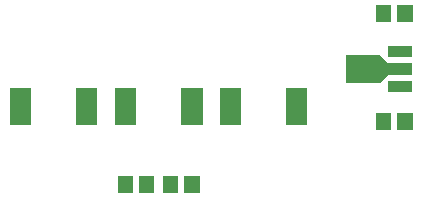
<source format=gbr>
G04 start of page 10 for group -4015 idx -4015 *
G04 Title: (unknown), toppaste *
G04 Creator: pcb 4.0.2 *
G04 CreationDate: Thu Dec 31 16:53:41 2020 UTC *
G04 For: petersen *
G04 Format: Gerber/RS-274X *
G04 PCB-Dimensions (mil): 2000.00 1250.00 *
G04 PCB-Coordinate-Origin: lower left *
%MOIN*%
%FSLAX25Y25*%
%LNTOPPASTE*%
%ADD47C,0.0001*%
G54D47*G36*
X106516Y24452D02*X101398D01*
Y18548D01*
X106516D01*
Y24452D01*
G37*
G36*
X113602D02*X108484D01*
Y18548D01*
X113602D01*
Y24452D01*
G37*
G36*
X127519Y53800D02*X120432D01*
Y41200D01*
X127519D01*
Y53800D01*
G37*
G36*
X149568D02*X142481D01*
Y41200D01*
X149568D01*
Y53800D01*
G37*
G36*
X92544D02*X85456D01*
Y41200D01*
X92544D01*
Y53800D01*
G37*
G36*
X114592D02*X107505D01*
Y41200D01*
X114592D01*
Y53800D01*
G37*
G36*
X57519D02*X50432D01*
Y41200D01*
X57519D01*
Y53800D01*
G37*
G36*
X79568D02*X72481D01*
Y41200D01*
X79568D01*
Y53800D01*
G37*
G36*
X91473Y24452D02*X86355D01*
Y18548D01*
X91473D01*
Y24452D01*
G37*
G36*
X98559D02*X93441D01*
Y18548D01*
X98559D01*
Y24452D01*
G37*
G36*
X176421Y55984D02*Y52204D01*
X184295D01*
Y55984D01*
X176421D01*
G37*
G36*
X168705Y61890D02*Y58110D01*
X184295D01*
Y61890D01*
X168705D01*
G37*
G36*
X162246Y64725D02*Y55275D01*
X173586D01*
Y64725D01*
X162246D01*
G37*
G36*
X176426Y58115D02*X175006Y59535D01*
X172166Y56695D01*
X173586Y55275D01*
X176426Y58115D01*
G37*
G36*
X173586Y64725D02*X172166Y63305D01*
X175006Y60465D01*
X176426Y61885D01*
X173586Y64725D01*
G37*
G36*
X176421Y67796D02*Y64016D01*
X184295D01*
Y67796D01*
X176421D01*
G37*
G36*
X184645Y81452D02*X179527D01*
Y75548D01*
X184645D01*
Y81452D01*
G37*
G36*
X177559D02*X172441D01*
Y75548D01*
X177559D01*
Y81452D01*
G37*
G36*
X184602Y45452D02*X179484D01*
Y39548D01*
X184602D01*
Y45452D01*
G37*
G36*
X177516D02*X172398D01*
Y39548D01*
X177516D01*
Y45452D01*
G37*
M02*

</source>
